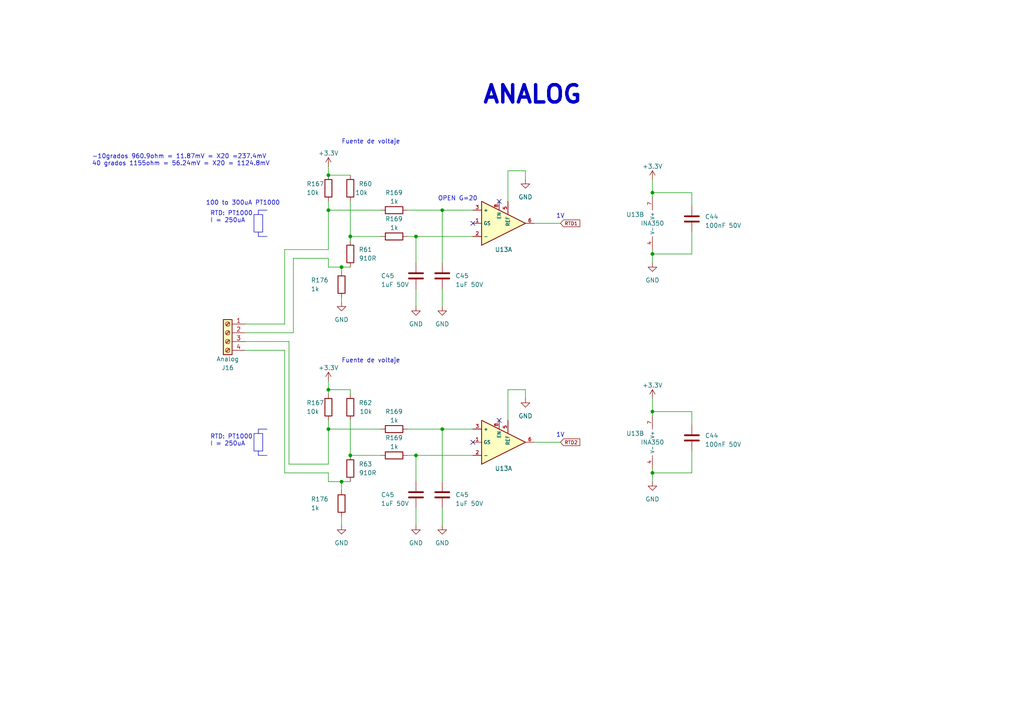
<source format=kicad_sch>
(kicad_sch (version 20230121) (generator eeschema)
  (paper "A4")
  (lib_symbols
    (symbol "1-Capacitor:C_0603" (pin_numbers hide) (pin_names (offset 0.254))
      (property "Reference" "C" (at 0.635 2.54 0))
      (property "Value" "C_0603" (at 0.635 -2.54 0))
      (symbol "C_0603_0_1"
        (polyline (pts (xy -2.032 -0.762) (xy 2.032 -0.762)) (stroke (width 0.508)))
        (polyline (pts (xy -2.032 0.762) (xy 2.032 0.762)) (stroke (width 0.508)))
      )
      (symbol "C_0603_1_1"
        (pin passive line (at 0 3.81 270) (length 2.794) (name "~") (number "1"))
        (pin passive line (at 0 -3.81 90) (length 2.794) (name "~") (number "2"))
      )
    )
    (symbol "1-Capacitor:C_0805" (pin_numbers hide) (pin_names (offset 0.254))
      (property "Reference" "C" (at 0.635 2.54 0))
      (property "Value" "C_0805" (at 0.635 -2.54 0))
      (symbol "C_0805_0_1"
        (polyline (pts (xy -2.032 -0.762) (xy 2.032 -0.762)) (stroke (width 0.508)))
        (polyline (pts (xy -2.032 0.762) (xy 2.032 0.762)) (stroke (width 0.508)))
      )
      (symbol "C_0805_1_1"
        (pin passive line (at 0 3.81 270) (length 2.794) (name "~") (number "1"))
        (pin passive line (at 0 -3.81 90) (length 2.794) (name "~") (number "2"))
      )
    )
    (symbol "1-IC-Amplifier:INA350_SOT-23-8"
      (property "Reference" "U" (at -5.08 10.16 0))
      (symbol "INA350_SOT-23-8_1_1"
        (polyline (pts (xy -5.08 6.35) (xy -5.08 -6.35) (xy 7.62 0) (xy -5.08 6.35)) (stroke (width 0.254)) (fill (type background)))
        (pin passive line (at -7.62 0 0) (length 2.54) (name "GS") (number "1"))
        (pin input line (at -7.62 3.81 0) (length 2.54) (name "-") (number "2"))
        (pin input line (at -7.62 -3.81 0) (length 2.54) (name "+") (number "3"))
        (pin input line (at 2.54 -6.35 90) (length 3.81) (name "REF") (number "5"))
        (pin output line (at 10.16 0 180) (length 2.54) (name "~") (number "6"))
        (pin passive line (at 0 -6.35 90) (length 2.54) (name "EN") (number "8"))
      )
      (symbol "INA350_SOT-23-8_2_1"
        (pin power_in line (at 0 -7.62 90) (length 3.81) (name "V-") (number "4"))
        (pin power_in line (at 0 7.62 270) (length 3.81) (name "V+") (number "7"))
      )
    )
    (symbol "1-Resistor:R_0805" (pin_numbers hide) (pin_names (offset 0))
      (property "Reference" "R" (at 2.032 0 90))
      (property "Value" "R_0805" (at -2.54 0 90))
      (symbol "R_0805_0_1"
        (rectangle (start -1.016 -2.54) (end 1.016 2.54) (stroke (width 0.254)))
      )
      (symbol "R_0805_1_1"
        (pin passive line (at 0 3.81 270) (length 1.27) (name "~") (number "1"))
        (pin passive line (at 0 -3.81 90) (length 1.27) (name "~") (number "2"))
      )
    )
    (symbol "Connector:Screw_Terminal_01x04" (pin_names (offset 1.016) hide)
      (property "Reference" "J" (at 0 5.08 0))
      (property "Value" "Screw_Terminal_01x04" (at 0 -7.62 0))
      (symbol "Screw_Terminal_01x04_1_1"
        (rectangle (start -1.27 3.81) (end 1.27 -6.35) (stroke (width 0.254)) (fill (type background)))
        (circle (center 0 -5.08) (radius 0.635) (stroke (width 0.1524)))
        (circle (center 0 -2.54) (radius 0.635) (stroke (width 0.1524)))
        (polyline (pts (xy -0.5334 -4.7498) (xy 0.3302 -5.588)) (stroke (width 0.1524)))
        (polyline (pts (xy -0.5334 -2.2098) (xy 0.3302 -3.048)) (stroke (width 0.1524)))
        (polyline (pts (xy -0.5334 0.3302) (xy 0.3302 -0.508)) (stroke (width 0.1524)))
        (polyline (pts (xy -0.5334 2.8702) (xy 0.3302 2.032)) (stroke (width 0.1524)))
        (polyline (pts (xy -0.3556 -4.572) (xy 0.508 -5.4102)) (stroke (width 0.1524)))
        (polyline (pts (xy -0.3556 -2.032) (xy 0.508 -2.8702)) (stroke (width 0.1524)))
        (polyline (pts (xy -0.3556 0.508) (xy 0.508 -0.3302)) (stroke (width 0.1524)))
        (polyline (pts (xy -0.3556 3.048) (xy 0.508 2.2098)) (stroke (width 0.1524)))
        (circle (center 0 0) (radius 0.635) (stroke (width 0.1524)))
        (circle (center 0 2.54) (radius 0.635) (stroke (width 0.1524)))
        (pin passive line (at -5.08 2.54 0) (length 3.81) (name "Pin_1") (number "1"))
        (pin passive line (at -5.08 0 0) (length 3.81) (name "Pin_2") (number "2"))
        (pin passive line (at -5.08 -2.54 0) (length 3.81) (name "Pin_3") (number "3"))
        (pin passive line (at -5.08 -5.08 0) (length 3.81) (name "Pin_4") (number "4"))
      )
    )
    (symbol "power:+3.3V" (power) (pin_names (offset 0))
      (property "Value" "+3.3V" (at 0 3.556 0))
      (symbol "+3.3V_0_1"
        (polyline (pts (xy -0.762 1.27) (xy 0 2.54)))
        (polyline (pts (xy 0 0) (xy 0 2.54)))
        (polyline (pts (xy 0 2.54) (xy 0.762 1.27)))
      )
      (symbol "+3.3V_1_1"
        (pin power_in line (at 0 0 90) (length 0) hide (name "+3.3V") (number "1"))
      )
    )
    (symbol "power:GND" (power) (pin_names (offset 0))
      (property "Value" "GND" (at 0 -3.81 0))
      (symbol "GND_0_1"
        (polyline (pts (xy 0 0) (xy 0 -1.27) (xy 1.27 -1.27) (xy 0 -2.54) (xy -1.27 -1.27) (xy 0 -1.27)))
      )
      (symbol "GND_1_1"
        (pin power_in line (at 0 0 270) (length 0) hide (name "GND") (number "1"))
      )
    )
  )
  (junction (at 128.27 60.96))
  (junction (at 101.6 132.08))
  (junction (at 189.23 55.88))
  (junction (at 95.25 124.46))
  (junction (at 120.65 132.08))
  (junction (at 95.25 60.96))
  (junction (at 99.06 77.47))
  (junction (at 189.23 73.66))
  (junction (at 101.6 68.58))
  (junction (at 95.25 113.03))
  (junction (at 189.23 137.16))
  (junction (at 120.65 68.58))
  (junction (at 189.23 119.38))
  (junction (at 99.06 139.7))
  (junction (at 128.27 124.46))
  (junction (at 95.25 50.8))
  (no_connect (at 137.16 64.77))
  (no_connect (at 137.16 128.27))
  (no_connect (at 144.78 58.42))
  (no_connect (at 144.78 121.92))
  (wire (pts (xy 128.27 83.82) (xy 128.27 88.9)))
  (wire (pts (xy 152.4 113.03) (xy 147.32 113.03)))
  (wire (pts (xy 95.25 48.26) (xy 95.25 50.8)))
  (wire (pts (xy 189.23 73.66) (xy 189.23 76.2)))
  (wire (pts (xy 189.23 137.16) (xy 189.23 139.7)))
  (wire (pts (xy 120.65 68.58) (xy 137.16 68.58)))
  (wire (pts (xy 189.23 52.07) (xy 189.23 55.88)))
  (wire (pts (xy 200.66 119.38) (xy 189.23 119.38)))
  (wire (pts (xy 99.06 149.86) (xy 99.06 152.4)))
  (wire (pts (xy 82.55 101.6) (xy 82.55 137.16)))
  (wire (pts (xy 71.12 93.98) (xy 82.55 93.98)))
  (wire (pts (xy 120.65 68.58) (xy 120.65 76.2)))
  (wire (pts (xy 99.06 86.36) (xy 99.06 87.63)))
  (wire (pts (xy 154.94 64.77) (xy 162.56 64.77)))
  (wire (pts (xy 189.23 73.66) (xy 200.66 73.66)))
  (wire (pts (xy 99.06 77.47) (xy 101.6 77.47)))
  (wire (pts (xy 83.82 134.62) (xy 95.25 134.62)))
  (wire (pts (xy 120.65 83.82) (xy 120.65 88.9)))
  (wire (pts (xy 82.55 72.39) (xy 82.55 93.98)))
  (polyline (pts (xy 76.2 132.08) (xy 77.47 132.08)))
  (wire (pts (xy 101.6 58.42) (xy 101.6 68.58)))
  (wire (pts (xy 200.66 55.88) (xy 189.23 55.88)))
  (wire (pts (xy 118.11 132.08) (xy 120.65 132.08)))
  (wire (pts (xy 189.23 119.38) (xy 189.23 120.65)))
  (wire (pts (xy 99.06 139.7) (xy 101.6 139.7)))
  (wire (pts (xy 118.11 124.46) (xy 128.27 124.46)))
  (wire (pts (xy 120.65 147.32) (xy 120.65 152.4)))
  (wire (pts (xy 95.25 137.16) (xy 95.25 139.7)))
  (wire (pts (xy 128.27 60.96) (xy 128.27 76.2)))
  (polyline (pts (xy 76.2 68.58) (xy 77.47 68.58)))
  (polyline (pts (xy 74.93 62.23) (xy 74.93 60.96)))
  (wire (pts (xy 152.4 49.53) (xy 147.32 49.53)))
  (wire (pts (xy 99.06 139.7) (xy 99.06 142.24)))
  (wire (pts (xy 200.66 55.88) (xy 200.66 59.69)))
  (wire (pts (xy 99.06 77.47) (xy 95.25 77.47)))
  (polyline (pts (xy 74.93 68.58) (xy 76.2 68.58)))
  (wire (pts (xy 118.11 68.58) (xy 120.65 68.58)))
  (wire (pts (xy 189.23 55.88) (xy 189.23 57.15)))
  (polyline (pts (xy 74.93 132.08) (xy 76.2 132.08)))
  (wire (pts (xy 95.25 60.96) (xy 110.49 60.96)))
  (wire (pts (xy 71.12 99.06) (xy 83.82 99.06)))
  (wire (pts (xy 128.27 124.46) (xy 128.27 139.7)))
  (wire (pts (xy 95.25 50.8) (xy 101.6 50.8)))
  (wire (pts (xy 99.06 77.47) (xy 99.06 78.74)))
  (polyline (pts (xy 74.93 124.46) (xy 77.47 124.46)))
  (wire (pts (xy 95.25 58.42) (xy 95.25 60.96)))
  (wire (pts (xy 189.23 115.57) (xy 189.23 119.38)))
  (wire (pts (xy 154.94 128.27) (xy 162.56 128.27)))
  (wire (pts (xy 101.6 114.3) (xy 101.6 113.03)))
  (wire (pts (xy 101.6 68.58) (xy 110.49 68.58)))
  (wire (pts (xy 101.6 113.03) (xy 95.25 113.03)))
  (wire (pts (xy 200.66 137.16) (xy 200.66 130.81)))
  (wire (pts (xy 95.25 60.96) (xy 95.25 72.39)))
  (wire (pts (xy 95.25 124.46) (xy 110.49 124.46)))
  (polyline (pts (xy 74.93 125.73) (xy 74.93 124.46)))
  (wire (pts (xy 71.12 101.6) (xy 82.55 101.6)))
  (wire (pts (xy 118.11 60.96) (xy 128.27 60.96)))
  (wire (pts (xy 200.66 119.38) (xy 200.66 123.19)))
  (wire (pts (xy 95.25 139.7) (xy 99.06 139.7)))
  (wire (pts (xy 101.6 68.58) (xy 101.6 69.85)))
  (polyline (pts (xy 74.93 67.31) (xy 74.93 68.58)))
  (wire (pts (xy 128.27 124.46) (xy 137.16 124.46)))
  (wire (pts (xy 82.55 72.39) (xy 95.25 72.39)))
  (wire (pts (xy 85.09 74.93) (xy 85.09 96.52)))
  (wire (pts (xy 189.23 135.89) (xy 189.23 137.16)))
  (wire (pts (xy 189.23 72.39) (xy 189.23 73.66)))
  (wire (pts (xy 128.27 147.32) (xy 128.27 152.4)))
  (wire (pts (xy 95.25 113.03) (xy 95.25 114.3)))
  (wire (pts (xy 101.6 132.08) (xy 110.49 132.08)))
  (wire (pts (xy 83.82 99.06) (xy 83.82 134.62)))
  (wire (pts (xy 120.65 132.08) (xy 137.16 132.08)))
  (wire (pts (xy 95.25 121.92) (xy 95.25 124.46)))
  (wire (pts (xy 147.32 113.03) (xy 147.32 121.92)))
  (polyline (pts (xy 74.93 60.96) (xy 77.47 60.96)))
  (wire (pts (xy 82.55 137.16) (xy 95.25 137.16)))
  (wire (pts (xy 95.25 77.47) (xy 95.25 74.93)))
  (wire (pts (xy 152.4 115.57) (xy 152.4 113.03)))
  (wire (pts (xy 189.23 137.16) (xy 200.66 137.16)))
  (polyline (pts (xy 74.93 130.81) (xy 74.93 132.08)))
  (wire (pts (xy 120.65 132.08) (xy 120.65 139.7)))
  (wire (pts (xy 95.25 110.49) (xy 95.25 113.03)))
  (wire (pts (xy 95.25 134.62) (xy 95.25 124.46)))
  (wire (pts (xy 152.4 52.07) (xy 152.4 49.53)))
  (wire (pts (xy 147.32 49.53) (xy 147.32 58.42)))
  (wire (pts (xy 200.66 73.66) (xy 200.66 67.31)))
  (wire (pts (xy 95.25 74.93) (xy 85.09 74.93)))
  (wire (pts (xy 71.12 96.52) (xy 85.09 96.52)))
  (wire (pts (xy 128.27 60.96) (xy 137.16 60.96)))
  (wire (pts (xy 101.6 121.92) (xy 101.6 132.08)))
  (rectangle (start 73.66 62.23) (end 76.2 67.31))
  (rectangle (start 73.66 125.73) (end 76.2 130.81))
  (text "-10grados 960.9ohm = 11.87mV = X20 =237.4mV\n40 grados 1155ohm = 56.24mV = X20 = 1124.8mV" (at 26.67 48.26 0) (effects (font (size 1.27 1.27)) (justify left bottom)))
  (text "100 to 300uA PT1000" (at 59.69 59.69 0) (effects (font (size 1.27 1.27)) (justify left bottom)))
  (text "Fuente de voltaje\n" (at 99.06 41.91 0) (effects (font (size 1.27 1.27)) (justify left bottom)))
  (text "Fuente de voltaje\n" (at 99.06 105.41 0) (effects (font (size 1.27 1.27)) (justify left bottom)))
  (text "1V" (at 161.29 63.5 0) (effects (font (size 1.27 1.27)) (justify left bottom)))
  (text "ANALOG" (at 139.7 30.48 0) (effects (font (size 5 5) (thickness 1) bold) (justify left bottom)))
  (text "1V" (at 161.29 127 0) (effects (font (size 1.27 1.27)) (justify left bottom)))
  (text "OPEN G=20" (at 127 58.42 0) (effects (font (size 1.27 1.27)) (justify left bottom)))
  (text "RTD: PT1000\nI = 250uA" (at 60.96 64.77 0) (effects (font (size 1.27 1.27)) (justify left bottom)))
  (text "RTD: PT1000\nI = 250uA" (at 60.96 129.54 0) (effects (font (size 1.27 1.27)) (justify left bottom)))
  (global_label "RTD1" (shape input) (at 162.56 64.77 0) (effects (font (size 1 1))) (property "Intersheetrefs" "${INTERSHEET_REFS}" (effects hide)))
  (global_label "RTD2" (shape input) (at 162.56 128.27 0) (effects (font (size 1 1))) (property "Intersheetrefs" "${INTERSHEET_REFS}" (effects hide)))
  (symbol (lib_id "power:GND") (at 189.23 139.7 0) (unit 1)
    (property "Reference" "#PWR0295" (effects hide))
    (property "Value" "GND" (at 189.23 144.78 0))
    (instances (project "STM32_Esterilizador" (path "" (reference "#PWR0295") (unit 1))) (project "ConsorcioMedico_Refrigeradora" (path "" (reference "#PWR054") (unit 1))))
  )
  (symbol (lib_id "1-IC-Amplifier:INA350_SOT-23-8") (at 144.78 64.77 0) (mirror x) (unit 1)
    (property "Reference" "U13" (at 146.05 72.39 0))
    (property "Value" "INA350" (effects hide))
    (property "Footprint" "1-Package_TO_SOT_SMD:SOT-23-8" (effects hide))
    (property "Datasheet" "https://www.ti.com/lit/ds/symlink/ina350.pdf?HQS=dis-mous-null-mousermode-dsf-pf-null-wwe&ts=1695317222799&ref_url=https%253A%252F%252Fwww.mouser.mx%252F" (effects hide))
    (instances (project "STM32_Esterilizador" (path "" (reference "U13") (unit 1)) (path "" (reference "U15") (unit 1)) (path "" (reference "U16") (unit 1)) (path "" (reference "U17") (unit 1)) (path "" (reference "U20") (unit 1))) (project "ConsorcioMedico_Refrigeradora" (path "" (reference "U4") (unit 1))))
  )
  (symbol (lib_id "1-Capacitor:C_0603") (at 120.65 143.51 0) (unit 1)
    (property "Reference" "C45" (at 110.49 143.51 0) (effects (justify left)))
    (property "Value" "1uF 50V" (at 110.49 146.05 0) (effects (justify left)))
    (property "Footprint" "1-Capacitor:C_0603_1608Metric" (effects hide))
    (instances (project "STM32_Esterilizador" (path "" (reference "C45") (unit 1)) (path "" (reference "C60") (unit 1)) (path "" (reference "C61") (unit 1)) (path "" (reference "C62") (unit 1)) (path "" (reference "C65") (unit 1))) (project "ConsorcioMedico_Refrigeradora" (path "" (reference "C25") (unit 1))))
  )
  (symbol (lib_id "power:GND") (at 152.4 115.57 0) (unit 1)
    (property "Reference" "#PWR0295" (effects hide))
    (property "Value" "GND" (at 152.4 120.65 0))
    (instances (project "STM32_Esterilizador" (path "" (reference "#PWR0295") (unit 1))) (project "ConsorcioMedico_Refrigeradora" (path "" (reference "#PWR052") (unit 1))))
  )
  (symbol (lib_id "1-Resistor:R_0805") (at 99.06 82.55 0) (unit 1)
    (property "Reference" "R176" (at 90.17 81.28 0) (effects (justify left)))
    (property "Value" "1k" (at 90.17 83.82 0) (effects (justify left)))
    (property "Footprint" "1-Resistor:R_0805_2012Metric" (effects hide))
    (instances (project "STM32_Esterilizador" (path "" (reference "R176") (unit 1)) (path "" (reference "R179") (unit 1)) (path "" (reference "R183") (unit 1)) (path "" (reference "R187") (unit 1)) (path "" (reference "R197") (unit 1))) (project "ConsorcioMedico_Refrigeradora" (path "" (reference "R25") (unit 1))))
  )
  (symbol (lib_id "power:+3.3V") (at 189.23 115.57 0) (unit 1)
    (property "Reference" "#PWR035" (effects hide))
    (property "Value" "+3.3V" (at 189.23 111.76 0))
    (instances (project "Controlador_ESP32" (path "" (reference "#PWR035") (unit 1))) (project "placa_control" (path "" (reference "#PWR038") (unit 1))) (project "ConsorcioMedico_Refrigeradora" (path "" (reference "#PWR053") (unit 1))))
  )
  (symbol (lib_id "1-Capacitor:C_0603") (at 128.27 80.01 0) (unit 1)
    (property "Reference" "C45" (at 132.08 80.01 0) (effects (justify left)))
    (property "Value" "1uF 50V" (at 132.08 82.55 0) (effects (justify left)))
    (property "Footprint" "1-Capacitor:C_0603_1608Metric" (effects hide))
    (instances (project "STM32_Esterilizador" (path "" (reference "C45") (unit 1)) (path "" (reference "C49") (unit 1)) (path "" (reference "C51") (unit 1)) (path "" (reference "C53") (unit 1)) (path "" (reference "C59") (unit 1))) (project "ConsorcioMedico_Refrigeradora" (path "" (reference "C23") (unit 1))))
  )
  (symbol (lib_id "1-Capacitor:C_0805") (at 200.66 63.5 0) (unit 1)
    (property "Reference" "C44" (at 204.47 62.865 0) (effects (justify left)))
    (property "Value" "100nF 50V" (at 204.47 65.405 0) (effects (justify left)))
    (property "Footprint" "1-Capacitor:C_0805_2012Metric" (effects hide))
    (instances (project "STM32_Esterilizador" (path "" (reference "C44") (unit 1)) (path "" (reference "C48") (unit 1)) (path "" (reference "C50") (unit 1)) (path "" (reference "C52") (unit 1)) (path "" (reference "C58") (unit 1))) (project "Controlador_Esterilizador_PCB" (path "" (reference "C33") (unit 1))) (project "ConsorcioMedico_Refrigeradora" (path "" (reference "C21") (unit 1))))
  )
  (symbol (lib_id "power:GND") (at 99.06 87.63 0) (unit 1)
    (property "Reference" "#PWR0295" (effects hide))
    (property "Value" "GND" (at 99.06 92.71 0))
    (instances (project "STM32_Esterilizador" (path "" (reference "#PWR0295") (unit 1))) (project "ConsorcioMedico_Refrigeradora" (path "" (reference "#PWR048") (unit 1))))
  )
  (symbol (lib_id "1-Capacitor:C_0805") (at 200.66 127 0) (unit 1)
    (property "Reference" "C44" (at 204.47 126.365 0) (effects (justify left)))
    (property "Value" "100nF 50V" (at 204.47 128.905 0) (effects (justify left)))
    (property "Footprint" "1-Capacitor:C_0805_2012Metric" (effects hide))
    (instances (project "STM32_Esterilizador" (path "" (reference "C44") (unit 1)) (path "" (reference "C48") (unit 1)) (path "" (reference "C50") (unit 1)) (path "" (reference "C52") (unit 1)) (path "" (reference "C58") (unit 1))) (project "Controlador_Esterilizador_PCB" (path "" (reference "C33") (unit 1))) (project "ConsorcioMedico_Refrigeradora" (path "" (reference "C24") (unit 1))))
  )
  (symbol (lib_id "1-IC-Amplifier:INA350_SOT-23-8") (at 189.23 64.77 0) (unit 2)
    (property "Reference" "U13" (at 181.61 62.23 0) (effects (justify left)))
    (property "Value" "INA350" (at 189.23 64.77 0))
    (property "Footprint" "1-Package_TO_SOT_SMD:SOT-23-8" (effects hide))
    (property "Datasheet" "https://www.ti.com/lit/ds/symlink/ina350.pdf?HQS=dis-mous-null-mousermode-dsf-pf-null-wwe&ts=1695317222799&ref_url=https%253A%252F%252Fwww.mouser.mx%252F" (effects hide))
    (instances (project "STM32_Esterilizador" (path "" (reference "U13") (unit 2)) (path "" (reference "U15") (unit 2)) (path "" (reference "U16") (unit 2)) (path "" (reference "U17") (unit 2)) (path "" (reference "U20") (unit 2))) (project "ConsorcioMedico_Refrigeradora" (path "" (reference "U4") (unit 2))))
  )
  (symbol (lib_id "1-Resistor:R_0805") (at 99.06 146.05 0) (unit 1)
    (property "Reference" "R176" (at 90.17 144.78 0) (effects (justify left)))
    (property "Value" "1k" (at 90.17 147.32 0) (effects (justify left)))
    (property "Footprint" "1-Resistor:R_0805_2012Metric" (effects hide))
    (instances (project "STM32_Esterilizador" (path "" (reference "R176") (unit 1)) (path "" (reference "R179") (unit 1)) (path "" (reference "R183") (unit 1)) (path "" (reference "R187") (unit 1)) (path "" (reference "R197") (unit 1))) (project "ConsorcioMedico_Refrigeradora" (path "" (reference "R30") (unit 1))))
  )
  (symbol (lib_id "1-IC-Amplifier:INA350_SOT-23-8") (at 189.23 128.27 0) (unit 2)
    (property "Reference" "U13" (at 181.61 125.73 0) (effects (justify left)))
    (property "Value" "INA350" (at 189.23 128.27 0))
    (property "Footprint" "1-Package_TO_SOT_SMD:SOT-23-8" (effects hide))
    (property "Datasheet" "https://www.ti.com/lit/ds/symlink/ina350.pdf?HQS=dis-mous-null-mousermode-dsf-pf-null-wwe&ts=1695317222799&ref_url=https%253A%252F%252Fwww.mouser.mx%252F" (effects hide))
    (instances (project "STM32_Esterilizador" (path "" (reference "U13") (unit 2)) (path "" (reference "U15") (unit 2)) (path "" (reference "U16") (unit 2)) (path "" (reference "U17") (unit 2)) (path "" (reference "U20") (unit 2))) (project "ConsorcioMedico_Refrigeradora" (path "" (reference "U5") (unit 2))))
  )
  (symbol (lib_id "power:+3.3V") (at 189.23 52.07 0) (unit 1)
    (property "Reference" "#PWR035" (effects hide))
    (property "Value" "+3.3V" (at 189.23 48.26 0))
    (instances (project "Controlador_ESP32" (path "" (reference "#PWR035") (unit 1))) (project "placa_control" (path "" (reference "#PWR038") (unit 1))) (project "ConsorcioMedico_Refrigeradora" (path "" (reference "#PWR045") (unit 1))))
  )
  (symbol (lib_id "power:GND") (at 120.65 152.4 0) (unit 1)
    (property "Reference" "#PWR0295" (effects hide))
    (property "Value" "GND" (at 120.65 157.48 0))
    (instances (project "STM32_Esterilizador" (path "" (reference "#PWR0295") (unit 1))) (project "ConsorcioMedico_Refrigeradora" (path "" (reference "#PWR057") (unit 1))))
  )
  (symbol (lib_id "1-Resistor:R_0805") (at 114.3 68.58 90) (unit 1)
    (property "Reference" "R169" (at 116.84 63.5 90) (effects (justify left)))
    (property "Value" "1k" (at 115.57 66.04 90) (effects (justify left)))
    (property "Footprint" "1-Resistor:R_0805_2012Metric" (effects hide))
    (instances (project "STM32_Esterilizador" (path "" (reference "R169") (unit 1)) (path "" (reference "R68") (unit 1)) (path "" (reference "R74") (unit 1)) (path "" (reference "R75") (unit 1)) (path "" (reference "R208") (unit 1))) (project "ConsorcioMedico_Refrigeradora" (path "" (reference "R23") (unit 1))))
  )
  (symbol (lib_id "power:+3.3V") (at 95.25 110.49 0) (unit 1)
    (property "Reference" "#PWR035" (effects hide))
    (property "Value" "+3.3V" (at 95.25 106.68 0))
    (instances (project "Controlador_ESP32" (path "" (reference "#PWR035") (unit 1))) (project "placa_control" (path "" (reference "#PWR038") (unit 1))) (project "ConsorcioMedico_Refrigeradora" (path "" (reference "#PWR051") (unit 1))))
  )
  (symbol (lib_id "power:GND") (at 99.06 152.4 0) (unit 1)
    (property "Reference" "#PWR0295" (effects hide))
    (property "Value" "GND" (at 99.06 157.48 0))
    (instances (project "STM32_Esterilizador" (path "" (reference "#PWR0295") (unit 1))) (project "ConsorcioMedico_Refrigeradora" (path "" (reference "#PWR056") (unit 1))))
  )
  (symbol (lib_id "power:GND") (at 189.23 76.2 0) (unit 1)
    (property "Reference" "#PWR0295" (effects hide))
    (property "Value" "GND" (at 189.23 81.28 0))
    (instances (project "STM32_Esterilizador" (path "" (reference "#PWR0295") (unit 1))) (project "ConsorcioMedico_Refrigeradora" (path "" (reference "#PWR046") (unit 1))))
  )
  (symbol (lib_id "1-Resistor:R_0805") (at 101.6 118.11 0) (mirror y) (unit 1)
    (property "Reference" "R62" (at 107.95 116.84 0) (effects (justify left)))
    (property "Value" "10k" (at 107.95 119.38 0) (effects (justify left)))
    (property "Footprint" "1-Resistor:R_0805_2012Metric" (effects hide))
  )
  (symbol (lib_id "1-Resistor:R_0805") (at 101.6 135.89 0) (mirror y) (unit 1)
    (property "Reference" "R63" (at 107.95 134.62 0) (effects (justify left)))
    (property "Value" "910R" (at 109.22 137.16 0) (effects (justify left)))
    (property "Footprint" "1-Resistor:R_0805_2012Metric" (effects hide))
  )
  (symbol (lib_id "1-IC-Amplifier:INA350_SOT-23-8") (at 144.78 128.27 0) (mirror x) (unit 1)
    (property "Reference" "U13" (at 146.05 135.89 0))
    (property "Value" "INA350" (effects hide))
    (property "Footprint" "1-Package_TO_SOT_SMD:SOT-23-8" (effects hide))
    (property "Datasheet" "https://www.ti.com/lit/ds/symlink/ina350.pdf?HQS=dis-mous-null-mousermode-dsf-pf-null-wwe&ts=1695317222799&ref_url=https%253A%252F%252Fwww.mouser.mx%252F" (effects hide))
    (instances (project "STM32_Esterilizador" (path "" (reference "U13") (unit 1)) (path "" (reference "U15") (unit 1)) (path "" (reference "U16") (unit 1)) (path "" (reference "U17") (unit 1)) (path "" (reference "U20") (unit 1))) (project "ConsorcioMedico_Refrigeradora" (path "" (reference "U5") (unit 1))))
  )
  (symbol (lib_id "power:+3.3V") (at 95.25 48.26 0) (unit 1)
    (property "Reference" "#PWR035" (effects hide))
    (property "Value" "+3.3V" (at 95.25 44.45 0))
    (instances (project "Controlador_ESP32" (path "" (reference "#PWR035") (unit 1))) (project "placa_control" (path "" (reference "#PWR038") (unit 1))) (project "ConsorcioMedico_Refrigeradora" (path "" (reference "#PWR043") (unit 1))))
  )
  (symbol (lib_id "1-Resistor:R_0805") (at 114.3 124.46 90) (unit 1)
    (property "Reference" "R169" (at 116.84 119.38 90) (effects (justify left)))
    (property "Value" "1k" (at 115.57 121.92 90) (effects (justify left)))
    (property "Footprint" "1-Resistor:R_0805_2012Metric" (effects hide))
    (instances (project "STM32_Esterilizador" (path "" (reference "R169") (unit 1)) (path "" (reference "R177") (unit 1)) (path "" (reference "R181") (unit 1)) (path "" (reference "R185") (unit 1)) (path "" (reference "R195") (unit 1))) (project "ConsorcioMedico_Refrigeradora" (path "" (reference "R27") (unit 1))))
  )
  (symbol (lib_id "1-Capacitor:C_0603") (at 120.65 80.01 0) (unit 1)
    (property "Reference" "C45" (at 110.49 80.01 0) (effects (justify left)))
    (property "Value" "1uF 50V" (at 110.49 82.55 0) (effects (justify left)))
    (property "Footprint" "1-Capacitor:C_0603_1608Metric" (effects hide))
    (instances (project "STM32_Esterilizador" (path "" (reference "C45") (unit 1)) (path "" (reference "C60") (unit 1)) (path "" (reference "C61") (unit 1)) (path "" (reference "C62") (unit 1)) (path "" (reference "C65") (unit 1))) (project "ConsorcioMedico_Refrigeradora" (path "" (reference "C22") (unit 1))))
  )
  (symbol (lib_id "1-Resistor:R_0805") (at 101.6 54.61 0) (mirror y) (unit 1)
    (property "Reference" "R60" (at 107.95 53.34 0) (effects (justify left)))
    (property "Value" "10k" (at 106.68 55.88 0) (effects (justify left)))
    (property "Footprint" "1-Resistor:R_0805_2012Metric" (effects hide))
  )
  (symbol (lib_id "Connector:Screw_Terminal_01x04") (at 66.04 96.52 0) (mirror y) (unit 1)
    (property "Reference" "J16" (at 66.04 106.68 0))
    (property "Value" "Analog" (at 66.04 104.14 0))
    (property "Footprint" "1-Terminal-Block:Terminal-Block_XY2500V-B_4P_P5.0mm_XINYA" (effects hide))
  )
  (symbol (lib_id "power:GND") (at 128.27 88.9 0) (unit 1)
    (property "Reference" "#PWR0295" (effects hide))
    (property "Value" "GND" (at 128.27 93.98 0))
    (instances (project "STM32_Esterilizador" (path "" (reference "#PWR0295") (unit 1))) (project "ConsorcioMedico_Refrigeradora" (path "" (reference "#PWR050") (unit 1))))
  )
  (symbol (lib_id "1-Resistor:R_0805") (at 95.25 118.11 0) (unit 1)
    (property "Reference" "R167" (at 88.9 116.84 0) (effects (justify left)))
    (property "Value" "10k" (at 88.9 119.38 0) (effects (justify left)))
    (property "Footprint" "1-Resistor:R_0805_2012Metric" (effects hide))
    (instances (project "STM32_Esterilizador" (path "" (reference "R167") (unit 1)) (path "" (reference "R176") (unit 1)) (path "" (reference "R180") (unit 1)) (path "" (reference "R184") (unit 1)) (path "" (reference "R194") (unit 1))) (project "ConsorcioMedico_Refrigeradora" (path "" (reference "R26") (unit 1))))
  )
  (symbol (lib_id "1-Resistor:R_0805") (at 101.6 73.66 0) (mirror y) (unit 1)
    (property "Reference" "R61" (at 107.95 72.39 0) (effects (justify left)))
    (property "Value" "910R" (at 109.22 74.93 0) (effects (justify left)))
    (property "Footprint" "1-Resistor:R_0805_2012Metric" (effects hide))
  )
  (symbol (lib_id "power:GND") (at 120.65 88.9 0) (unit 1)
    (property "Reference" "#PWR0295" (effects hide))
    (property "Value" "GND" (at 120.65 93.98 0))
    (instances (project "STM32_Esterilizador" (path "" (reference "#PWR0295") (unit 1))) (project "ConsorcioMedico_Refrigeradora" (path "" (reference "#PWR049") (unit 1))))
  )
  (symbol (lib_id "1-Resistor:R_0805") (at 95.25 54.61 0) (unit 1)
    (property "Reference" "R167" (at 88.9 53.34 0) (effects (justify left)))
    (property "Value" "10k" (at 88.9 55.88 0) (effects (justify left)))
    (property "Footprint" "1-Resistor:R_0805_2012Metric" (effects hide))
    (instances (project "STM32_Esterilizador" (path "" (reference "R167") (unit 1)) (path "" (reference "R176") (unit 1)) (path "" (reference "R180") (unit 1)) (path "" (reference "R184") (unit 1)) (path "" (reference "R194") (unit 1))) (project "ConsorcioMedico_Refrigeradora" (path "" (reference "R21") (unit 1))))
  )
  (symbol (lib_id "1-Resistor:R_0805") (at 114.3 132.08 90) (unit 1)
    (property "Reference" "R169" (at 116.84 127 90) (effects (justify left)))
    (property "Value" "1k" (at 115.57 129.54 90) (effects (justify left)))
    (property "Footprint" "1-Resistor:R_0805_2012Metric" (effects hide))
    (instances (project "STM32_Esterilizador" (path "" (reference "R169") (unit 1)) (path "" (reference "R68") (unit 1)) (path "" (reference "R74") (unit 1)) (path "" (reference "R75") (unit 1)) (path "" (reference "R208") (unit 1))) (project "ConsorcioMedico_Refrigeradora" (path "" (reference "R28") (unit 1))))
  )
  (symbol (lib_id "1-Capacitor:C_0603") (at 128.27 143.51 0) (unit 1)
    (property "Reference" "C45" (at 132.08 143.51 0) (effects (justify left)))
    (property "Value" "1uF 50V" (at 132.08 146.05 0) (effects (justify left)))
    (property "Footprint" "1-Capacitor:C_0603_1608Metric" (effects hide))
    (instances (project "STM32_Esterilizador" (path "" (reference "C45") (unit 1)) (path "" (reference "C49") (unit 1)) (path "" (reference "C51") (unit 1)) (path "" (reference "C53") (unit 1)) (path "" (reference "C59") (unit 1))) (project "ConsorcioMedico_Refrigeradora" (path "" (reference "C26") (unit 1))))
  )
  (symbol (lib_id "power:GND") (at 128.27 152.4 0) (unit 1)
    (property "Reference" "#PWR0295" (effects hide))
    (property "Value" "GND" (at 128.27 157.48 0))
    (instances (project "STM32_Esterilizador" (path "" (reference "#PWR0295") (unit 1))) (project "ConsorcioMedico_Refrigeradora" (path "" (reference "#PWR058") (unit 1))))
  )
  (symbol (lib_id "power:GND") (at 152.4 52.07 0) (unit 1)
    (property "Reference" "#PWR0295" (effects hide))
    (property "Value" "GND" (at 152.4 57.15 0))
    (instances (project "STM32_Esterilizador" (path "" (reference "#PWR0295") (unit 1))) (project "ConsorcioMedico_Refrigeradora" (path "" (reference "#PWR044") (unit 1))))
  )
  (symbol (lib_id "1-Resistor:R_0805") (at 114.3 60.96 90) (unit 1)
    (property "Reference" "R169" (at 116.84 55.88 90) (effects (justify left)))
    (property "Value" "1k" (at 115.57 58.42 90) (effects (justify left)))
    (property "Footprint" "1-Resistor:R_0805_2012Metric" (effects hide))
    (instances (project "STM32_Esterilizador" (path "" (reference "R169") (unit 1)) (path "" (reference "R177") (unit 1)) (path "" (reference "R181") (unit 1)) (path "" (reference "R185") (unit 1)) (path "" (reference "R195") (unit 1))) (project "ConsorcioMedico_Refrigeradora" (path "" (reference "R22") (unit 1))))
  )
)
</source>
